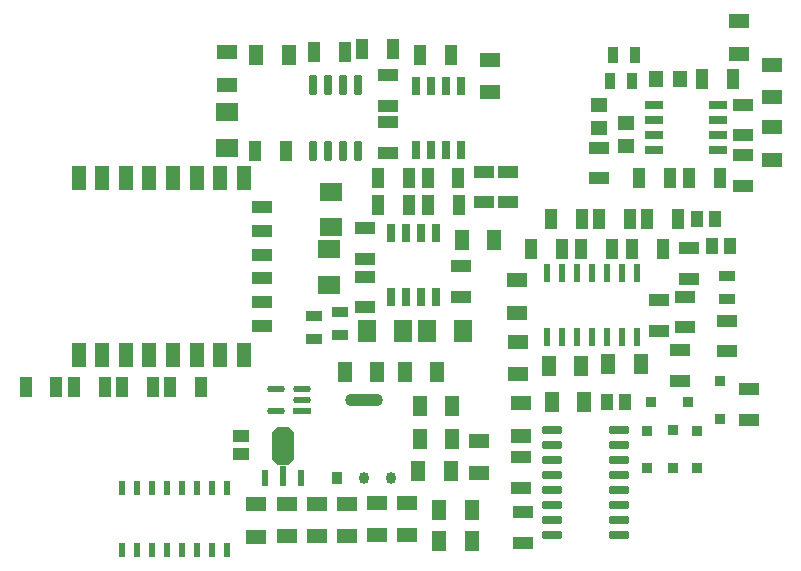
<source format=gtp>
G04*
G04 #@! TF.GenerationSoftware,Altium Limited,Altium Designer,23.2.1 (34)*
G04*
G04 Layer_Color=8421504*
%FSLAX44Y44*%
%MOMM*%
G71*
G04*
G04 #@! TF.SameCoordinates,68E4E8A6-7446-48DA-AA85-862DCAE7E0FD*
G04*
G04*
G04 #@! TF.FilePolarity,Positive*
G04*
G01*
G75*
G04:AMPARAMS|DCode=18|XSize=0.55mm|YSize=1.25mm|CornerRadius=0.0495mm|HoleSize=0mm|Usage=FLASHONLY|Rotation=180.000|XOffset=0mm|YOffset=0mm|HoleType=Round|Shape=RoundedRectangle|*
%AMROUNDEDRECTD18*
21,1,0.5500,1.1510,0,0,180.0*
21,1,0.4510,1.2500,0,0,180.0*
1,1,0.0990,-0.2255,0.5755*
1,1,0.0990,0.2255,0.5755*
1,1,0.0990,0.2255,-0.5755*
1,1,0.0990,-0.2255,-0.5755*
%
%ADD18ROUNDEDRECTD18*%
G04:AMPARAMS|DCode=19|XSize=1.55mm|YSize=0.6mm|CornerRadius=0.051mm|HoleSize=0mm|Usage=FLASHONLY|Rotation=90.000|XOffset=0mm|YOffset=0mm|HoleType=Round|Shape=RoundedRectangle|*
%AMROUNDEDRECTD19*
21,1,1.5500,0.4980,0,0,90.0*
21,1,1.4480,0.6000,0,0,90.0*
1,1,0.1020,0.2490,0.7240*
1,1,0.1020,0.2490,-0.7240*
1,1,0.1020,-0.2490,-0.7240*
1,1,0.1020,-0.2490,0.7240*
%
%ADD19ROUNDEDRECTD19*%
%ADD20R,1.4000X0.9500*%
%ADD21R,0.9500X1.4000*%
%ADD22R,1.4500X1.2000*%
G04:AMPARAMS|DCode=23|XSize=1.55mm|YSize=0.6mm|CornerRadius=0.051mm|HoleSize=0mm|Usage=FLASHONLY|Rotation=0.000|XOffset=0mm|YOffset=0mm|HoleType=Round|Shape=RoundedRectangle|*
%AMROUNDEDRECTD23*
21,1,1.5500,0.4980,0,0,0.0*
21,1,1.4480,0.6000,0,0,0.0*
1,1,0.1020,0.7240,-0.2490*
1,1,0.1020,-0.7240,-0.2490*
1,1,0.1020,-0.7240,0.2490*
1,1,0.1020,0.7240,0.2490*
%
%ADD23ROUNDEDRECTD23*%
%ADD24R,1.1000X1.7000*%
%ADD25R,1.7000X1.1000*%
%ADD26R,1.7582X1.3055*%
%ADD27R,1.2000X1.4500*%
%ADD28R,1.9000X1.5000*%
%ADD29R,1.5000X1.9000*%
%ADD30R,1.2000X2.0000*%
%ADD31R,1.7000X1.1000*%
%ADD32R,0.6000X1.5500*%
G04:AMPARAMS|DCode=33|XSize=1.5052mm|YSize=0.5721mm|CornerRadius=0.2861mm|HoleSize=0mm|Usage=FLASHONLY|Rotation=180.000|XOffset=0mm|YOffset=0mm|HoleType=Round|Shape=RoundedRectangle|*
%AMROUNDEDRECTD33*
21,1,1.5052,0.0000,0,0,180.0*
21,1,0.9331,0.5721,0,0,180.0*
1,1,0.5721,-0.4666,0.0000*
1,1,0.5721,0.4666,0.0000*
1,1,0.5721,0.4666,0.0000*
1,1,0.5721,-0.4666,0.0000*
%
%ADD33ROUNDEDRECTD33*%
%ADD34R,1.5052X0.5721*%
G04:AMPARAMS|DCode=35|XSize=0.65mm|YSize=1.65mm|CornerRadius=0.0488mm|HoleSize=0mm|Usage=FLASHONLY|Rotation=270.000|XOffset=0mm|YOffset=0mm|HoleType=Round|Shape=RoundedRectangle|*
%AMROUNDEDRECTD35*
21,1,0.6500,1.5525,0,0,270.0*
21,1,0.5525,1.6500,0,0,270.0*
1,1,0.0975,-0.7763,-0.2763*
1,1,0.0975,-0.7763,0.2763*
1,1,0.0975,0.7763,0.2763*
1,1,0.0975,0.7763,-0.2763*
%
%ADD35ROUNDEDRECTD35*%
%ADD36R,1.3055X1.7582*%
%ADD37R,1.0500X1.3500*%
%ADD38R,0.9500X0.9000*%
%ADD39R,0.9000X0.9500*%
%ADD40R,1.8582X1.5057*%
G04:AMPARAMS|DCode=41|XSize=1.0043mm|YSize=3.1821mm|CornerRadius=0.4369mm|HoleSize=0mm|Usage=FLASHONLY|Rotation=90.000|XOffset=0mm|YOffset=0mm|HoleType=Round|Shape=RoundedRectangle|*
%AMROUNDEDRECTD41*
21,1,1.0043,2.3084,0,0,90.0*
21,1,0.1306,3.1821,0,0,90.0*
1,1,0.8737,1.1542,0.0653*
1,1,0.8737,1.1542,-0.0653*
1,1,0.8737,-1.1542,-0.0653*
1,1,0.8737,-1.1542,0.0653*
%
%ADD41ROUNDEDRECTD41*%
G04:AMPARAMS|DCode=42|XSize=1.0043mm|YSize=0.8721mm|CornerRadius=0.4361mm|HoleSize=0mm|Usage=FLASHONLY|Rotation=90.000|XOffset=0mm|YOffset=0mm|HoleType=Round|Shape=RoundedRectangle|*
%AMROUNDEDRECTD42*
21,1,1.0043,0.0000,0,0,90.0*
21,1,0.1322,0.8721,0,0,90.0*
1,1,0.8721,0.0000,0.0661*
1,1,0.8721,0.0000,-0.0661*
1,1,0.8721,0.0000,-0.0661*
1,1,0.8721,0.0000,0.0661*
%
%ADD42ROUNDEDRECTD42*%
%ADD43R,0.8721X1.0043*%
G04:AMPARAMS|DCode=44|XSize=1.9mm|YSize=3.2mm|CornerRadius=0mm|HoleSize=0mm|Usage=FLASHONLY|Rotation=180.000|XOffset=0mm|YOffset=0mm|HoleType=Round|Shape=Octagon|*
%AMOCTAGOND44*
4,1,8,0.4750,-1.6000,-0.4750,-1.6000,-0.9500,-1.1250,-0.9500,1.1250,-0.4750,1.6000,0.4750,1.6000,0.9500,1.1250,0.9500,-1.1250,0.4750,-1.6000,0.0*
%
%ADD44OCTAGOND44*%

%ADD45R,0.6000X1.4000*%
%ADD46R,0.6000X1.8000*%
G04:AMPARAMS|DCode=47|XSize=0.65mm|YSize=1.65mm|CornerRadius=0.0488mm|HoleSize=0mm|Usage=FLASHONLY|Rotation=0.000|XOffset=0mm|YOffset=0mm|HoleType=Round|Shape=RoundedRectangle|*
%AMROUNDEDRECTD47*
21,1,0.6500,1.5525,0,0,0.0*
21,1,0.5525,1.6500,0,0,0.0*
1,1,0.0975,0.2763,-0.7763*
1,1,0.0975,-0.2763,-0.7763*
1,1,0.0975,-0.2763,0.7763*
1,1,0.0975,0.2763,0.7763*
%
%ADD47ROUNDEDRECTD47*%
%ADD48R,1.3500X1.0500*%
D18*
X95250Y46140D02*
D03*
X107950D02*
D03*
X120650D02*
D03*
X133350D02*
D03*
X146050D02*
D03*
X158750D02*
D03*
X171450D02*
D03*
X184150D02*
D03*
X95250Y98640D02*
D03*
X107950D02*
D03*
X120650D02*
D03*
X133350D02*
D03*
X146050D02*
D03*
X158750D02*
D03*
X171450D02*
D03*
X184150D02*
D03*
D19*
X344170Y438480D02*
D03*
X356870D02*
D03*
X369570D02*
D03*
X382270D02*
D03*
Y384480D02*
D03*
X369570D02*
D03*
X356870D02*
D03*
X344170D02*
D03*
X322580Y314020D02*
D03*
X335280D02*
D03*
X347980D02*
D03*
X360680D02*
D03*
Y260020D02*
D03*
X347980D02*
D03*
X335280D02*
D03*
X322580D02*
D03*
D20*
X257810Y243790D02*
D03*
Y224790D02*
D03*
X279400Y246990D02*
D03*
Y227990D02*
D03*
X607060Y258470D02*
D03*
Y277470D02*
D03*
D21*
X508050Y443230D02*
D03*
X527050D02*
D03*
X529590Y464820D02*
D03*
X510590D02*
D03*
D22*
X521970Y387670D02*
D03*
Y407670D02*
D03*
X499110Y422750D02*
D03*
Y402750D02*
D03*
D23*
X599440Y422910D02*
D03*
Y410210D02*
D03*
Y397510D02*
D03*
Y384810D02*
D03*
X545440D02*
D03*
Y397510D02*
D03*
Y410210D02*
D03*
Y422910D02*
D03*
D24*
X575010Y360680D02*
D03*
X601010D02*
D03*
X559100D02*
D03*
X533100D02*
D03*
X612440Y444500D02*
D03*
X586440D02*
D03*
X80310Y184150D02*
D03*
X54310D02*
D03*
X509570Y300990D02*
D03*
X483570D02*
D03*
X379730Y360680D02*
D03*
X353730D02*
D03*
X380030Y337820D02*
D03*
X354030D02*
D03*
X298150Y469900D02*
D03*
X324150D02*
D03*
X161590Y184150D02*
D03*
X135590D02*
D03*
X283510Y467590D02*
D03*
X257510D02*
D03*
X458170Y326390D02*
D03*
X484170D02*
D03*
X338120Y337820D02*
D03*
X312120D02*
D03*
X338120Y360680D02*
D03*
X312120D02*
D03*
X527050Y300990D02*
D03*
X553050D02*
D03*
X498810Y326390D02*
D03*
X524810D02*
D03*
X467660Y300990D02*
D03*
X441660D02*
D03*
X565450Y326390D02*
D03*
X539450D02*
D03*
X347680Y464820D02*
D03*
X373680D02*
D03*
X207980Y383540D02*
D03*
X233980D02*
D03*
X39370Y184150D02*
D03*
X13370D02*
D03*
X121250D02*
D03*
X95250D02*
D03*
D25*
X499110Y360380D02*
D03*
Y386380D02*
D03*
X621030Y354030D02*
D03*
Y380030D02*
D03*
Y396910D02*
D03*
Y422910D02*
D03*
X607060Y240030D02*
D03*
X382270Y286050D02*
D03*
Y260050D02*
D03*
X571500Y260350D02*
D03*
Y234350D02*
D03*
X320040Y407970D02*
D03*
Y381970D02*
D03*
Y421640D02*
D03*
Y447640D02*
D03*
X300990Y277160D02*
D03*
Y251160D02*
D03*
X575310Y301290D02*
D03*
Y275290D02*
D03*
X567690Y188930D02*
D03*
Y214930D02*
D03*
X626110Y155910D02*
D03*
Y181910D02*
D03*
X549910Y257140D02*
D03*
Y231140D02*
D03*
X607060Y214030D02*
D03*
X434340Y78070D02*
D03*
Y52070D02*
D03*
X432840Y98460D02*
D03*
Y124460D02*
D03*
X401320Y366060D02*
D03*
Y340060D02*
D03*
X300990Y318100D02*
D03*
Y292100D02*
D03*
X421640Y366060D02*
D03*
Y340060D02*
D03*
D26*
X617220Y493617D02*
D03*
Y466090D02*
D03*
X645160Y403654D02*
D03*
Y376126D02*
D03*
Y456787D02*
D03*
Y429260D02*
D03*
X184150Y439833D02*
D03*
Y467360D02*
D03*
X429260Y246586D02*
D03*
Y274114D02*
D03*
X430530Y194516D02*
D03*
Y222044D02*
D03*
X433070Y169974D02*
D03*
Y142446D02*
D03*
X397510Y138224D02*
D03*
Y110696D02*
D03*
X406400Y433276D02*
D03*
Y460804D02*
D03*
X235030Y57356D02*
D03*
Y84884D02*
D03*
X285750Y85090D02*
D03*
Y57563D02*
D03*
X311230Y58420D02*
D03*
Y85947D02*
D03*
X336630Y58420D02*
D03*
Y85947D02*
D03*
X260350Y85090D02*
D03*
Y57563D02*
D03*
X208280Y57150D02*
D03*
Y84677D02*
D03*
D27*
X567530Y444500D02*
D03*
X547530D02*
D03*
D28*
X270510Y270510D02*
D03*
Y300510D02*
D03*
X184150Y386320D02*
D03*
Y416320D02*
D03*
D29*
X332500Y231140D02*
D03*
X383300D02*
D03*
X353300D02*
D03*
X302500D02*
D03*
D30*
X58270Y210750D02*
D03*
X78270D02*
D03*
X98270D02*
D03*
X118270D02*
D03*
X138270D02*
D03*
X158270D02*
D03*
X178270D02*
D03*
X198270D02*
D03*
Y360750D02*
D03*
X178270D02*
D03*
X158270D02*
D03*
X138270D02*
D03*
X118270D02*
D03*
X98270D02*
D03*
X78270D02*
D03*
X58270D02*
D03*
D31*
X213270Y235750D02*
D03*
Y255750D02*
D03*
Y275750D02*
D03*
Y295750D02*
D03*
Y315750D02*
D03*
Y335750D02*
D03*
D32*
X530860Y279885D02*
D03*
X518160D02*
D03*
X505460D02*
D03*
X492760D02*
D03*
X480060D02*
D03*
X467360D02*
D03*
X454660D02*
D03*
X530860Y225885D02*
D03*
X518160D02*
D03*
X505460D02*
D03*
X492760D02*
D03*
X480060D02*
D03*
X467360D02*
D03*
X454660D02*
D03*
D33*
X225215Y163220D02*
D03*
Y182220D02*
D03*
X247225D02*
D03*
Y172720D02*
D03*
D34*
Y163220D02*
D03*
D35*
X459430Y147320D02*
D03*
Y134620D02*
D03*
Y121920D02*
D03*
Y109220D02*
D03*
Y96520D02*
D03*
Y83820D02*
D03*
Y71120D02*
D03*
Y58420D02*
D03*
X515930Y147320D02*
D03*
Y134620D02*
D03*
Y121920D02*
D03*
Y109220D02*
D03*
Y96520D02*
D03*
Y83820D02*
D03*
Y71120D02*
D03*
Y58420D02*
D03*
D36*
X236014Y464820D02*
D03*
X208486D02*
D03*
X410004Y308610D02*
D03*
X382476D02*
D03*
X534257Y203200D02*
D03*
X506730D02*
D03*
X456136Y201930D02*
D03*
X483664D02*
D03*
X458676Y171450D02*
D03*
X486204D02*
D03*
X363426Y80010D02*
D03*
X390954D02*
D03*
X391160Y53340D02*
D03*
X363633D02*
D03*
X374650Y167640D02*
D03*
X347123D02*
D03*
X361744Y196850D02*
D03*
X334216D02*
D03*
X373380Y113030D02*
D03*
X345853D02*
D03*
X374650Y139700D02*
D03*
X347123D02*
D03*
X283416Y196850D02*
D03*
X310944D02*
D03*
D37*
X594480Y303530D02*
D03*
X609480D02*
D03*
X596900Y326390D02*
D03*
X581900D02*
D03*
X520460Y171450D02*
D03*
X505460D02*
D03*
D38*
X600960Y156970D02*
D03*
X600960Y188470D02*
D03*
X581660Y115060D02*
D03*
X581660Y146560D02*
D03*
X561340Y115570D02*
D03*
X561340Y147070D02*
D03*
X539750Y146560D02*
D03*
X539750Y115060D02*
D03*
D39*
X543050Y171450D02*
D03*
X574550Y171450D02*
D03*
D40*
X271780Y319248D02*
D03*
Y348772D02*
D03*
D41*
X299720Y172650D02*
D03*
D42*
X322620Y106750D02*
D03*
X299720D02*
D03*
D43*
X276820D02*
D03*
D44*
X231140Y133730D02*
D03*
D45*
X246140Y106730D02*
D03*
X216140D02*
D03*
D46*
X231140Y108730D02*
D03*
D47*
X256540Y383230D02*
D03*
X269240D02*
D03*
X281940D02*
D03*
X294640D02*
D03*
X256540Y439730D02*
D03*
X269240D02*
D03*
X281940D02*
D03*
X294640D02*
D03*
D48*
X195580Y142120D02*
D03*
Y127120D02*
D03*
M02*

</source>
